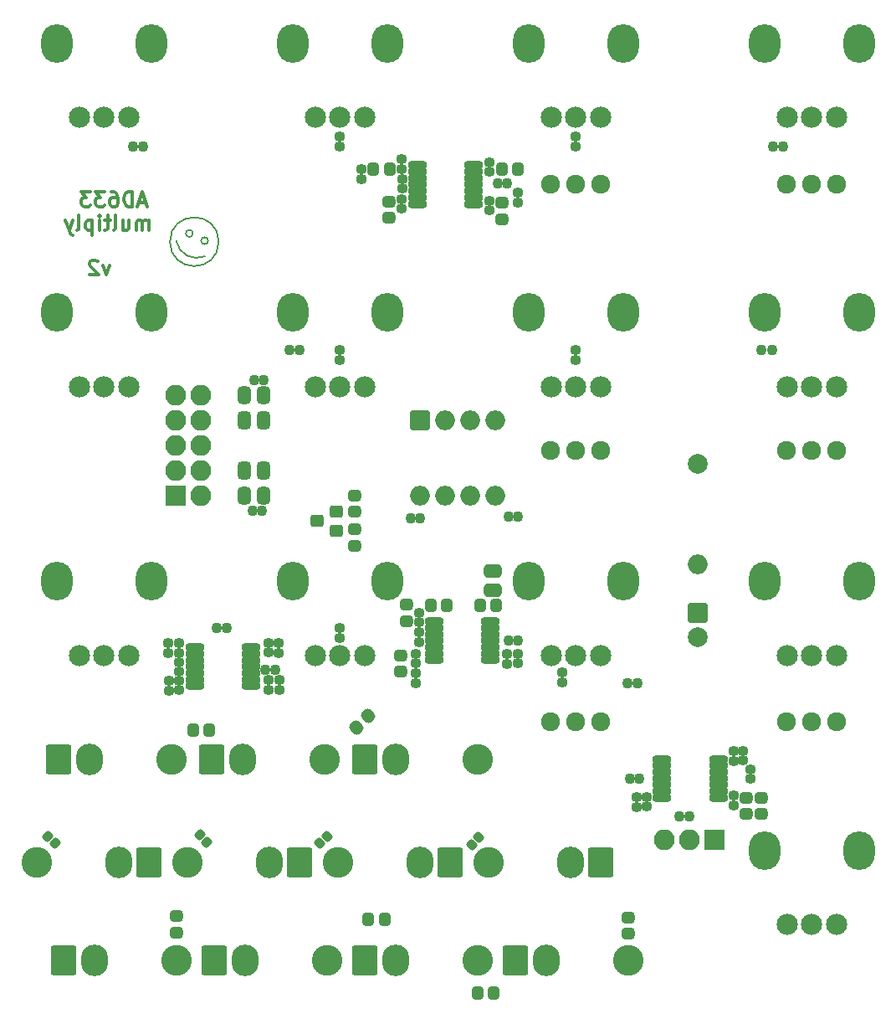
<source format=gbs>
G04 #@! TF.GenerationSoftware,KiCad,Pcbnew,(6.0.0)*
G04 #@! TF.CreationDate,2022-02-23T18:40:55+01:00*
G04 #@! TF.ProjectId,ad633muliply,61643633-336d-4756-9c69-706c792e6b69,rev?*
G04 #@! TF.SameCoordinates,Original*
G04 #@! TF.FileFunction,Soldermask,Bot*
G04 #@! TF.FilePolarity,Negative*
%FSLAX46Y46*%
G04 Gerber Fmt 4.6, Leading zero omitted, Abs format (unit mm)*
G04 Created by KiCad (PCBNEW (6.0.0)) date 2022-02-23 18:40:55*
%MOMM*%
%LPD*%
G01*
G04 APERTURE LIST*
G04 Aperture macros list*
%AMRoundRect*
0 Rectangle with rounded corners*
0 $1 Rounding radius*
0 $2 $3 $4 $5 $6 $7 $8 $9 X,Y pos of 4 corners*
0 Add a 4 corners polygon primitive as box body*
4,1,4,$2,$3,$4,$5,$6,$7,$8,$9,$2,$3,0*
0 Add four circle primitives for the rounded corners*
1,1,$1+$1,$2,$3*
1,1,$1+$1,$4,$5*
1,1,$1+$1,$6,$7*
1,1,$1+$1,$8,$9*
0 Add four rect primitives between the rounded corners*
20,1,$1+$1,$2,$3,$4,$5,0*
20,1,$1+$1,$4,$5,$6,$7,0*
20,1,$1+$1,$6,$7,$8,$9,0*
20,1,$1+$1,$8,$9,$2,$3,0*%
G04 Aperture macros list end*
%ADD10C,0.200000*%
%ADD11C,0.330000*%
%ADD12RoundRect,0.200000X1.075000X-1.300000X1.075000X1.300000X-1.075000X1.300000X-1.075000X-1.300000X0*%
%ADD13C,3.100000*%
%ADD14O,2.750000X3.200000*%
%ADD15O,3.200000X3.900000*%
%ADD16C,2.150000*%
%ADD17RoundRect,0.200000X-1.075000X1.300000X-1.075000X-1.300000X1.075000X-1.300000X1.075000X1.300000X0*%
%ADD18C,1.924000*%
%ADD19RoundRect,0.340000X-0.170000X0.140000X-0.170000X-0.140000X0.170000X-0.140000X0.170000X0.140000X0*%
%ADD20RoundRect,0.340000X0.170000X-0.140000X0.170000X0.140000X-0.170000X0.140000X-0.170000X-0.140000X0*%
%ADD21RoundRect,0.335000X-0.226274X-0.035355X-0.035355X-0.226274X0.226274X0.035355X0.035355X0.226274X0*%
%ADD22RoundRect,0.335000X-0.135000X-0.185000X0.135000X-0.185000X0.135000X0.185000X-0.135000X0.185000X0*%
%ADD23RoundRect,0.335000X-0.185000X0.135000X-0.185000X-0.135000X0.185000X-0.135000X0.185000X0.135000X0*%
%ADD24RoundRect,0.335000X0.185000X-0.135000X0.185000X0.135000X-0.185000X0.135000X-0.185000X-0.135000X0*%
%ADD25RoundRect,0.335000X-0.035355X0.226274X-0.226274X0.035355X0.035355X-0.226274X0.226274X-0.035355X0*%
%ADD26RoundRect,0.335000X0.135000X0.185000X-0.135000X0.185000X-0.135000X-0.185000X0.135000X-0.185000X0*%
%ADD27RoundRect,0.450000X-0.250000X-0.475000X0.250000X-0.475000X0.250000X0.475000X-0.250000X0.475000X0*%
%ADD28RoundRect,0.340000X0.140000X0.170000X-0.140000X0.170000X-0.140000X-0.170000X0.140000X-0.170000X0*%
%ADD29RoundRect,0.340000X-0.140000X-0.170000X0.140000X-0.170000X0.140000X0.170000X-0.140000X0.170000X0*%
%ADD30RoundRect,0.400000X0.200000X0.275000X-0.200000X0.275000X-0.200000X-0.275000X0.200000X-0.275000X0*%
%ADD31RoundRect,0.300000X0.637500X0.100000X-0.637500X0.100000X-0.637500X-0.100000X0.637500X-0.100000X0*%
%ADD32RoundRect,0.200000X-0.800000X0.800000X-0.800000X-0.800000X0.800000X-0.800000X0.800000X0.800000X0*%
%ADD33O,2.000000X2.000000*%
%ADD34RoundRect,0.200000X0.850000X-0.850000X0.850000X0.850000X-0.850000X0.850000X-0.850000X-0.850000X0*%
%ADD35O,2.100000X2.100000*%
%ADD36RoundRect,0.400000X-0.053033X0.335876X-0.335876X0.053033X0.053033X-0.335876X0.335876X-0.053033X0*%
%ADD37RoundRect,0.400000X-0.200000X-0.275000X0.200000X-0.275000X0.200000X0.275000X-0.200000X0.275000X0*%
%ADD38RoundRect,0.400000X-0.275000X0.200000X-0.275000X-0.200000X0.275000X-0.200000X0.275000X0.200000X0*%
%ADD39RoundRect,0.300000X-0.637500X-0.100000X0.637500X-0.100000X0.637500X0.100000X-0.637500X0.100000X0*%
%ADD40RoundRect,0.400000X0.275000X-0.200000X0.275000X0.200000X-0.275000X0.200000X-0.275000X-0.200000X0*%
%ADD41C,2.000000*%
%ADD42RoundRect,0.443750X-0.243750X-0.456250X0.243750X-0.456250X0.243750X0.456250X-0.243750X0.456250X0*%
%ADD43RoundRect,0.200000X-0.850000X-0.850000X0.850000X-0.850000X0.850000X0.850000X-0.850000X0.850000X0*%
%ADD44RoundRect,0.450000X0.250000X0.475000X-0.250000X0.475000X-0.250000X-0.475000X0.250000X-0.475000X0*%
%ADD45RoundRect,0.200000X0.450000X0.400000X-0.450000X0.400000X-0.450000X-0.400000X0.450000X-0.400000X0*%
%ADD46RoundRect,0.450000X0.475000X-0.250000X0.475000X0.250000X-0.475000X0.250000X-0.475000X-0.250000X0*%
G04 APERTURE END LIST*
D10*
X94455161Y-94778421D02*
G75*
G03*
X94455161Y-94778421I-359210J0D01*
G01*
X97066598Y-95616621D02*
G75*
G03*
X97066598Y-95616621I-2466432J0D01*
G01*
X96004561Y-95515021D02*
G75*
G03*
X96004561Y-95515021I-359210J0D01*
G01*
X92770001Y-95530000D02*
G75*
G03*
X95680713Y-97095654I2078634J375912D01*
G01*
X96004561Y-95515021D02*
G75*
G03*
X96004561Y-95515021I-359210J0D01*
G01*
D11*
X89678428Y-91630500D02*
X88964142Y-91630500D01*
X89821285Y-92059071D02*
X89321285Y-90559071D01*
X88821285Y-92059071D01*
X88321285Y-92059071D02*
X88321285Y-90559071D01*
X87964142Y-90559071D01*
X87749857Y-90630500D01*
X87607000Y-90773357D01*
X87535571Y-90916214D01*
X87464142Y-91201928D01*
X87464142Y-91416214D01*
X87535571Y-91701928D01*
X87607000Y-91844785D01*
X87749857Y-91987642D01*
X87964142Y-92059071D01*
X88321285Y-92059071D01*
X86178428Y-90559071D02*
X86464142Y-90559071D01*
X86607000Y-90630500D01*
X86678428Y-90701928D01*
X86821285Y-90916214D01*
X86892714Y-91201928D01*
X86892714Y-91773357D01*
X86821285Y-91916214D01*
X86749857Y-91987642D01*
X86607000Y-92059071D01*
X86321285Y-92059071D01*
X86178428Y-91987642D01*
X86107000Y-91916214D01*
X86035571Y-91773357D01*
X86035571Y-91416214D01*
X86107000Y-91273357D01*
X86178428Y-91201928D01*
X86321285Y-91130500D01*
X86607000Y-91130500D01*
X86749857Y-91201928D01*
X86821285Y-91273357D01*
X86892714Y-91416214D01*
X85535571Y-90559071D02*
X84607000Y-90559071D01*
X85107000Y-91130500D01*
X84892714Y-91130500D01*
X84749857Y-91201928D01*
X84678428Y-91273357D01*
X84607000Y-91416214D01*
X84607000Y-91773357D01*
X84678428Y-91916214D01*
X84749857Y-91987642D01*
X84892714Y-92059071D01*
X85321285Y-92059071D01*
X85464142Y-91987642D01*
X85535571Y-91916214D01*
X84107000Y-90559071D02*
X83178428Y-90559071D01*
X83678428Y-91130500D01*
X83464142Y-91130500D01*
X83321285Y-91201928D01*
X83249857Y-91273357D01*
X83178428Y-91416214D01*
X83178428Y-91773357D01*
X83249857Y-91916214D01*
X83321285Y-91987642D01*
X83464142Y-92059071D01*
X83892714Y-92059071D01*
X84035571Y-91987642D01*
X84107000Y-91916214D01*
X89999857Y-94474071D02*
X89999857Y-93474071D01*
X89999857Y-93616928D02*
X89928428Y-93545500D01*
X89785571Y-93474071D01*
X89571285Y-93474071D01*
X89428428Y-93545500D01*
X89357000Y-93688357D01*
X89357000Y-94474071D01*
X89357000Y-93688357D02*
X89285571Y-93545500D01*
X89142714Y-93474071D01*
X88928428Y-93474071D01*
X88785571Y-93545500D01*
X88714142Y-93688357D01*
X88714142Y-94474071D01*
X87357000Y-93474071D02*
X87357000Y-94474071D01*
X87999857Y-93474071D02*
X87999857Y-94259785D01*
X87928428Y-94402642D01*
X87785571Y-94474071D01*
X87571285Y-94474071D01*
X87428428Y-94402642D01*
X87357000Y-94331214D01*
X86428428Y-94474071D02*
X86571285Y-94402642D01*
X86642714Y-94259785D01*
X86642714Y-92974071D01*
X86071285Y-93474071D02*
X85499857Y-93474071D01*
X85857000Y-92974071D02*
X85857000Y-94259785D01*
X85785571Y-94402642D01*
X85642714Y-94474071D01*
X85499857Y-94474071D01*
X84999857Y-94474071D02*
X84999857Y-93474071D01*
X84999857Y-92974071D02*
X85071285Y-93045500D01*
X84999857Y-93116928D01*
X84928428Y-93045500D01*
X84999857Y-92974071D01*
X84999857Y-93116928D01*
X84285571Y-93474071D02*
X84285571Y-94974071D01*
X84285571Y-93545500D02*
X84142714Y-93474071D01*
X83857000Y-93474071D01*
X83714142Y-93545500D01*
X83642714Y-93616928D01*
X83571285Y-93759785D01*
X83571285Y-94188357D01*
X83642714Y-94331214D01*
X83714142Y-94402642D01*
X83857000Y-94474071D01*
X84142714Y-94474071D01*
X84285571Y-94402642D01*
X82714142Y-94474071D02*
X82857000Y-94402642D01*
X82928428Y-94259785D01*
X82928428Y-92974071D01*
X82285571Y-93474071D02*
X81928428Y-94474071D01*
X81571285Y-93474071D02*
X81928428Y-94474071D01*
X82071285Y-94831214D01*
X82142714Y-94902642D01*
X82285571Y-94974071D01*
X86039428Y-97981571D02*
X85682285Y-98981571D01*
X85325142Y-97981571D01*
X84825142Y-97624428D02*
X84753714Y-97553000D01*
X84610857Y-97481571D01*
X84253714Y-97481571D01*
X84110857Y-97553000D01*
X84039428Y-97624428D01*
X83968000Y-97767285D01*
X83968000Y-97910142D01*
X84039428Y-98124428D01*
X84896571Y-98981571D01*
X83968000Y-98981571D01*
D12*
X90048000Y-158374000D03*
D13*
X78648000Y-158374000D03*
D14*
X86948000Y-158374000D03*
D12*
X120528000Y-158374000D03*
D13*
X109128000Y-158374000D03*
D14*
X117428000Y-158374000D03*
D15*
X80676000Y-102769166D03*
X90276000Y-102769166D03*
D16*
X82976000Y-110269166D03*
X85476000Y-110269166D03*
X87976000Y-110269166D03*
D15*
X90276000Y-129968332D03*
X80676000Y-129968332D03*
D16*
X82976000Y-137468332D03*
X85476000Y-137468332D03*
X87976000Y-137468332D03*
D15*
X114152000Y-102769166D03*
X104552000Y-102769166D03*
D16*
X106852000Y-110269166D03*
X109352000Y-110269166D03*
X111852000Y-110269166D03*
D15*
X104552000Y-129968332D03*
X114152000Y-129968332D03*
D16*
X106852000Y-137468332D03*
X109352000Y-137468332D03*
X111852000Y-137468332D03*
D15*
X128428000Y-102769166D03*
X138028000Y-102769166D03*
D16*
X130728000Y-110269166D03*
X133228000Y-110269166D03*
X135728000Y-110269166D03*
D15*
X128428000Y-129968332D03*
X138028000Y-129968332D03*
D16*
X130728000Y-137468332D03*
X133228000Y-137468332D03*
X135728000Y-137468332D03*
D15*
X161904000Y-75570000D03*
X152304000Y-75570000D03*
D16*
X154604000Y-83070000D03*
X157104000Y-83070000D03*
X159604000Y-83070000D03*
D15*
X152304000Y-102769166D03*
X161904000Y-102769166D03*
D16*
X154604000Y-110269166D03*
X157104000Y-110269166D03*
X159604000Y-110269166D03*
D15*
X161904000Y-129968332D03*
X152304000Y-129968332D03*
D16*
X154604000Y-137468332D03*
X157104000Y-137468332D03*
X159604000Y-137468332D03*
D12*
X135768000Y-158374000D03*
D13*
X124368000Y-158374000D03*
D14*
X132668000Y-158374000D03*
D17*
X127132000Y-168280000D03*
D13*
X138532000Y-168280000D03*
D14*
X130232000Y-168280000D03*
D17*
X111892000Y-168280000D03*
D13*
X123292000Y-168280000D03*
D14*
X114992000Y-168280000D03*
D12*
X105288000Y-158374000D03*
D13*
X93888000Y-158374000D03*
D14*
X102188000Y-158374000D03*
D15*
X161904000Y-157165000D03*
X152304000Y-157165000D03*
D16*
X154604000Y-164665000D03*
X157104000Y-164665000D03*
X159604000Y-164665000D03*
D15*
X128428000Y-75570000D03*
X138028000Y-75570000D03*
D16*
X130728000Y-83070000D03*
X133228000Y-83070000D03*
X135728000Y-83070000D03*
D15*
X80676000Y-75570000D03*
X90276000Y-75570000D03*
D16*
X82976000Y-83070000D03*
X85476000Y-83070000D03*
X87976000Y-83070000D03*
D15*
X104552000Y-75570000D03*
X114152000Y-75570000D03*
D16*
X106852000Y-83070000D03*
X109352000Y-83070000D03*
X111852000Y-83070000D03*
D17*
X81412000Y-168280000D03*
D13*
X92812000Y-168280000D03*
D14*
X84512000Y-168280000D03*
D18*
X130688000Y-89794000D03*
X133228000Y-89794000D03*
X135768000Y-89794000D03*
X130688000Y-116718000D03*
X133228000Y-116718000D03*
X135768000Y-116718000D03*
X130688000Y-144150000D03*
X133228000Y-144150000D03*
X135768000Y-144150000D03*
X154564000Y-89794000D03*
X157104000Y-89794000D03*
X159644000Y-89794000D03*
X154564000Y-116718000D03*
X157104000Y-116718000D03*
X159644000Y-116718000D03*
X154564000Y-144150000D03*
X157104000Y-144150000D03*
X159644000Y-144150000D03*
D17*
X96398000Y-147960000D03*
D13*
X107798000Y-147960000D03*
D14*
X99498000Y-147960000D03*
D17*
X111892000Y-147960000D03*
D13*
X123292000Y-147960000D03*
D14*
X114992000Y-147960000D03*
D17*
X80904000Y-147960000D03*
D13*
X92304000Y-147960000D03*
D14*
X84004000Y-147960000D03*
D17*
X96652000Y-168280000D03*
D13*
X108052000Y-168280000D03*
D14*
X99752000Y-168280000D03*
D19*
X102087600Y-136202400D03*
X102087600Y-137162400D03*
D20*
X102138400Y-140921600D03*
X102138400Y-139961600D03*
D19*
X115575000Y-87282000D03*
X115575000Y-88242000D03*
D20*
X117022800Y-138252000D03*
X117022800Y-137292000D03*
D21*
X79801752Y-155747752D03*
X80523000Y-156469000D03*
D22*
X104270000Y-106558000D03*
X105290000Y-106558000D03*
X96853200Y-134650400D03*
X97873200Y-134650400D03*
D23*
X91978400Y-136170400D03*
X91978400Y-137190400D03*
D21*
X95168752Y-155620752D03*
X95890000Y-156342000D03*
D24*
X109352000Y-107574000D03*
X109352000Y-106554000D03*
X109352000Y-135666400D03*
X109352000Y-134646400D03*
D23*
X103154400Y-136170400D03*
X103154400Y-137190400D03*
D25*
X108041248Y-155747752D03*
X107320000Y-156469000D03*
D24*
X133228000Y-107578000D03*
X133228000Y-106558000D03*
D23*
X131856400Y-139195000D03*
X131856400Y-140215000D03*
D24*
X103205200Y-140953600D03*
X103205200Y-139933600D03*
D26*
X153044000Y-106558000D03*
X152024000Y-106558000D03*
X139480400Y-140238400D03*
X138460400Y-140238400D03*
D25*
X123408248Y-155874752D03*
X122687000Y-156596000D03*
D27*
X99700000Y-113670000D03*
X101600000Y-113670000D03*
D20*
X115651200Y-90223200D03*
X115651200Y-89263200D03*
D19*
X150906400Y-148953200D03*
X150906400Y-149913200D03*
D28*
X139628800Y-149890400D03*
X138668800Y-149890400D03*
D29*
X126420800Y-123423600D03*
X127380800Y-123423600D03*
D20*
X93096000Y-140944400D03*
X93096000Y-139984400D03*
X149230000Y-152605600D03*
X149230000Y-151645600D03*
D23*
X133228000Y-84964000D03*
X133228000Y-85984000D03*
D22*
X88397000Y-85984000D03*
X89417000Y-85984000D03*
D30*
X124921200Y-171582000D03*
X123271200Y-171582000D03*
D31*
X122900200Y-87894800D03*
X122900200Y-88544800D03*
X122900200Y-89194800D03*
X122900200Y-89844800D03*
X122900200Y-90494800D03*
X122900200Y-91144800D03*
X122900200Y-91794800D03*
X117175200Y-91794800D03*
X117175200Y-91144800D03*
X117175200Y-90494800D03*
X117175200Y-89844800D03*
X117175200Y-89194800D03*
X117175200Y-88544800D03*
X117175200Y-87894800D03*
X147639800Y-147940400D03*
X147639800Y-148590400D03*
X147639800Y-149240400D03*
X147639800Y-149890400D03*
X147639800Y-150540400D03*
X147639800Y-151190400D03*
X147639800Y-151840400D03*
X141914800Y-151840400D03*
X141914800Y-151190400D03*
X141914800Y-150540400D03*
X141914800Y-149890400D03*
X141914800Y-149240400D03*
X141914800Y-148590400D03*
X141914800Y-147940400D03*
D32*
X117480000Y-113670000D03*
D33*
X120020000Y-113670000D03*
X122560000Y-113670000D03*
X125100000Y-113670000D03*
X125100000Y-121290000D03*
X122560000Y-121290000D03*
X120020000Y-121290000D03*
X117480000Y-121290000D03*
D20*
X140390800Y-152730000D03*
X140390800Y-151770000D03*
D34*
X147248800Y-156138800D03*
D35*
X144708800Y-156138800D03*
X142168800Y-156138800D03*
D36*
X112169726Y-143566637D03*
X111003000Y-144733363D03*
D37*
X118534600Y-132415200D03*
X120184600Y-132415200D03*
D19*
X117327600Y-135135600D03*
X117327600Y-136095600D03*
D29*
X126420800Y-135920400D03*
X127380800Y-135920400D03*
D20*
X124465000Y-92461000D03*
X124465000Y-91501000D03*
D38*
X125735000Y-91699000D03*
X125735000Y-93349000D03*
D39*
X118867000Y-137921200D03*
X118867000Y-137271200D03*
X118867000Y-136621200D03*
X118867000Y-135971200D03*
X118867000Y-135321200D03*
X118867000Y-134671200D03*
X118867000Y-134021200D03*
X124592000Y-134021200D03*
X124592000Y-134671200D03*
X124592000Y-135321200D03*
X124592000Y-135971200D03*
X124592000Y-136621200D03*
X124592000Y-137271200D03*
X124592000Y-137921200D03*
D40*
X152024000Y-153509400D03*
X152024000Y-151859400D03*
D38*
X150500000Y-151859400D03*
X150500000Y-153509400D03*
X138562000Y-163949800D03*
X138562000Y-165599800D03*
D30*
X96143000Y-145039000D03*
X94493000Y-145039000D03*
D20*
X115575000Y-92278000D03*
X115575000Y-91318000D03*
D19*
X117327600Y-133154400D03*
X117327600Y-134114400D03*
D24*
X111511000Y-89286000D03*
X111511000Y-88266000D03*
X117022800Y-140291200D03*
X117022800Y-139271200D03*
X127386000Y-91699000D03*
X127386000Y-90679000D03*
D32*
X145547000Y-133141000D03*
D41*
X145547000Y-135641000D03*
D23*
X139374800Y-151768000D03*
X139374800Y-152788000D03*
D26*
X144710800Y-153751200D03*
X143690800Y-153751200D03*
D23*
X149179200Y-147094400D03*
X149179200Y-148114400D03*
D38*
X92842000Y-163836000D03*
X92842000Y-165486000D03*
D41*
X145547000Y-118115000D03*
D33*
X145547000Y-128275000D03*
D42*
X99700000Y-121290000D03*
X101575000Y-121290000D03*
X99700000Y-111130000D03*
X101575000Y-111130000D03*
D35*
X95255000Y-121290000D03*
D43*
X92715000Y-121290000D03*
D35*
X95255000Y-118750000D03*
X92715000Y-116210000D03*
X95255000Y-116210000D03*
X92715000Y-113670000D03*
X95255000Y-113670000D03*
X92715000Y-118750000D03*
X95255000Y-111130000D03*
X92715000Y-111130000D03*
D19*
X150144400Y-147101600D03*
X150144400Y-148061600D03*
D20*
X127386000Y-138252000D03*
X127386000Y-137292000D03*
D23*
X126243000Y-137292000D03*
X126243000Y-138312000D03*
D44*
X101600000Y-118750000D03*
X99700000Y-118750000D03*
D20*
X93096000Y-139070000D03*
X93096000Y-138110000D03*
D29*
X101810800Y-138917600D03*
X102770800Y-138917600D03*
D28*
X126263200Y-89692400D03*
X125303200Y-89692400D03*
D29*
X116520000Y-123576000D03*
X117480000Y-123576000D03*
X100518000Y-122814000D03*
X101478000Y-122814000D03*
D28*
X101605000Y-109606000D03*
X100645000Y-109606000D03*
D19*
X124465000Y-87564000D03*
X124465000Y-88524000D03*
D45*
X108996400Y-122915600D03*
X108996400Y-124815600D03*
X106996400Y-123865600D03*
D30*
X113846800Y-164114400D03*
X112196800Y-164114400D03*
D24*
X92029200Y-141004400D03*
X92029200Y-139984400D03*
D26*
X154183000Y-85984000D03*
X153163000Y-85984000D03*
D23*
X109352000Y-84964000D03*
X109352000Y-85984000D03*
D38*
X110876000Y-121265600D03*
X110876000Y-122915600D03*
D40*
X110876000Y-126370000D03*
X110876000Y-124720000D03*
D46*
X124846000Y-130825200D03*
X124846000Y-128925200D03*
D30*
X125163000Y-132364400D03*
X123513000Y-132364400D03*
D37*
X125736000Y-88270000D03*
X127386000Y-88270000D03*
D38*
X115498800Y-137444400D03*
X115498800Y-139094400D03*
X114305000Y-91572000D03*
X114305000Y-93222000D03*
D40*
X116057600Y-133990000D03*
X116057600Y-132340000D03*
D39*
X94635400Y-140543200D03*
X94635400Y-139893200D03*
X94635400Y-139243200D03*
X94635400Y-138593200D03*
X94635400Y-137943200D03*
X94635400Y-137293200D03*
X94635400Y-136643200D03*
X100360400Y-136643200D03*
X100360400Y-137293200D03*
X100360400Y-137943200D03*
X100360400Y-138593200D03*
X100360400Y-139243200D03*
X100360400Y-139893200D03*
X100360400Y-140543200D03*
D19*
X93096000Y-136230400D03*
X93096000Y-137190400D03*
D30*
X114368000Y-88270000D03*
X112718000Y-88270000D03*
M02*

</source>
